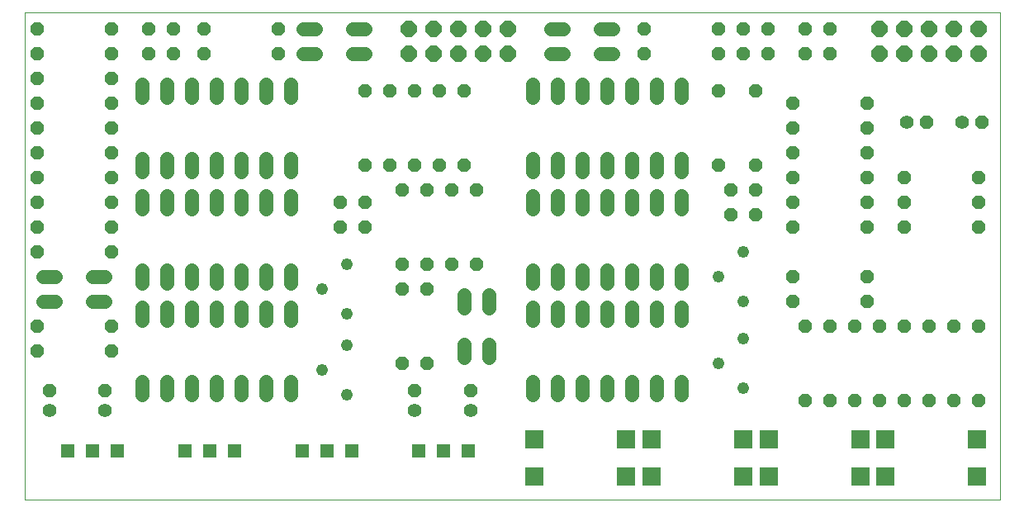
<source format=gts>
G75*
%MOIN*%
%OFA0B0*%
%FSLAX25Y25*%
%IPPOS*%
%LPD*%
%AMOC8*
5,1,8,0,0,1.08239X$1,22.5*
%
%ADD10C,0.00000*%
%ADD11OC8,0.05600*%
%ADD12C,0.05600*%
%ADD13C,0.05600*%
%ADD14OC8,0.06400*%
%ADD15C,0.04800*%
%ADD16R,0.05550X0.05550*%
%ADD17R,0.07487X0.07487*%
D10*
X0001300Y0001250D02*
X0001300Y0198100D01*
X0395001Y0198100D01*
X0395001Y0001250D01*
X0001300Y0001250D01*
D11*
X0011300Y0045250D03*
X0033800Y0045250D03*
X0036300Y0061250D03*
X0036300Y0071250D03*
X0006300Y0071250D03*
X0006300Y0061250D03*
X0006300Y0101250D03*
X0006300Y0111250D03*
X0006300Y0121250D03*
X0006300Y0131250D03*
X0006300Y0141250D03*
X0006300Y0151250D03*
X0006300Y0161250D03*
X0006300Y0171250D03*
X0006300Y0181250D03*
X0006300Y0191250D03*
X0036300Y0191250D03*
X0051300Y0191250D03*
X0061300Y0191250D03*
X0073800Y0191250D03*
X0073800Y0181250D03*
X0061300Y0181250D03*
X0051300Y0181250D03*
X0036300Y0181250D03*
X0036300Y0171250D03*
X0036300Y0161250D03*
X0036300Y0151250D03*
X0036300Y0141250D03*
X0036300Y0131250D03*
X0036300Y0121250D03*
X0036300Y0111250D03*
X0036300Y0101250D03*
X0128800Y0111250D03*
X0138800Y0111250D03*
X0138800Y0121250D03*
X0128800Y0121250D03*
X0153800Y0126250D03*
X0163800Y0126250D03*
X0173800Y0126250D03*
X0183800Y0126250D03*
X0178800Y0136250D03*
X0168800Y0136250D03*
X0158800Y0136250D03*
X0148800Y0136250D03*
X0138800Y0136250D03*
X0138800Y0166250D03*
X0148800Y0166250D03*
X0158800Y0166250D03*
X0168800Y0166250D03*
X0178800Y0166250D03*
X0251300Y0181250D03*
X0251300Y0191250D03*
X0281300Y0191250D03*
X0291300Y0191250D03*
X0301300Y0191250D03*
X0316300Y0191250D03*
X0326300Y0191250D03*
X0326300Y0181250D03*
X0316300Y0181250D03*
X0301300Y0181250D03*
X0291300Y0181250D03*
X0281300Y0181250D03*
X0281300Y0166250D03*
X0296300Y0166250D03*
X0311300Y0161250D03*
X0311300Y0151250D03*
X0311300Y0141250D03*
X0296300Y0136250D03*
X0296300Y0126250D03*
X0286300Y0126250D03*
X0281300Y0136250D03*
X0311300Y0131250D03*
X0311300Y0121250D03*
X0296300Y0116250D03*
X0286300Y0116250D03*
X0311300Y0111250D03*
X0341300Y0111250D03*
X0356300Y0111250D03*
X0356300Y0121250D03*
X0341300Y0121250D03*
X0341300Y0131250D03*
X0356300Y0131250D03*
X0341300Y0141250D03*
X0341300Y0151250D03*
X0341300Y0161250D03*
X0365300Y0153750D03*
X0387800Y0153750D03*
X0386300Y0131250D03*
X0386300Y0121250D03*
X0386300Y0111250D03*
X0341300Y0091250D03*
X0341300Y0081250D03*
X0336300Y0071250D03*
X0346300Y0071250D03*
X0356300Y0071250D03*
X0366300Y0071250D03*
X0376300Y0071250D03*
X0386300Y0071250D03*
X0386300Y0041250D03*
X0376300Y0041250D03*
X0366300Y0041250D03*
X0356300Y0041250D03*
X0346300Y0041250D03*
X0336300Y0041250D03*
X0326300Y0041250D03*
X0316300Y0041250D03*
X0316300Y0071250D03*
X0326300Y0071250D03*
X0311300Y0081250D03*
X0311300Y0091250D03*
X0183800Y0096250D03*
X0173800Y0096250D03*
X0163800Y0096250D03*
X0153800Y0096250D03*
X0153800Y0086250D03*
X0163800Y0086250D03*
X0163800Y0056250D03*
X0153800Y0056250D03*
X0158800Y0045250D03*
X0181300Y0045250D03*
X0103800Y0181250D03*
X0103800Y0191250D03*
D12*
X0357300Y0153750D03*
X0379800Y0153750D03*
X0181300Y0037250D03*
X0158800Y0037250D03*
X0033800Y0037250D03*
X0011300Y0037250D03*
D13*
X0048800Y0043650D02*
X0048800Y0048850D01*
X0058800Y0048850D02*
X0058800Y0043650D01*
X0068800Y0043650D02*
X0068800Y0048850D01*
X0078800Y0048850D02*
X0078800Y0043650D01*
X0088800Y0043650D02*
X0088800Y0048850D01*
X0098800Y0048850D02*
X0098800Y0043650D01*
X0108800Y0043650D02*
X0108800Y0048850D01*
X0108800Y0073650D02*
X0108800Y0078850D01*
X0098800Y0078850D02*
X0098800Y0073650D01*
X0088800Y0073650D02*
X0088800Y0078850D01*
X0078800Y0078850D02*
X0078800Y0073650D01*
X0068800Y0073650D02*
X0068800Y0078850D01*
X0058800Y0078850D02*
X0058800Y0073650D01*
X0048800Y0073650D02*
X0048800Y0078850D01*
X0033900Y0081250D02*
X0028700Y0081250D01*
X0013900Y0081250D02*
X0008700Y0081250D01*
X0008700Y0091250D02*
X0013900Y0091250D01*
X0028700Y0091250D02*
X0033900Y0091250D01*
X0048800Y0088650D02*
X0048800Y0093850D01*
X0058800Y0093850D02*
X0058800Y0088650D01*
X0068800Y0088650D02*
X0068800Y0093850D01*
X0078800Y0093850D02*
X0078800Y0088650D01*
X0088800Y0088650D02*
X0088800Y0093850D01*
X0098800Y0093850D02*
X0098800Y0088650D01*
X0108800Y0088650D02*
X0108800Y0093850D01*
X0108800Y0118650D02*
X0108800Y0123850D01*
X0098800Y0123850D02*
X0098800Y0118650D01*
X0088800Y0118650D02*
X0088800Y0123850D01*
X0078800Y0123850D02*
X0078800Y0118650D01*
X0068800Y0118650D02*
X0068800Y0123850D01*
X0058800Y0123850D02*
X0058800Y0118650D01*
X0048800Y0118650D02*
X0048800Y0123850D01*
X0048800Y0133650D02*
X0048800Y0138850D01*
X0058800Y0138850D02*
X0058800Y0133650D01*
X0068800Y0133650D02*
X0068800Y0138850D01*
X0078800Y0138850D02*
X0078800Y0133650D01*
X0088800Y0133650D02*
X0088800Y0138850D01*
X0098800Y0138850D02*
X0098800Y0133650D01*
X0108800Y0133650D02*
X0108800Y0138850D01*
X0108800Y0163650D02*
X0108800Y0168850D01*
X0098800Y0168850D02*
X0098800Y0163650D01*
X0088800Y0163650D02*
X0088800Y0168850D01*
X0078800Y0168850D02*
X0078800Y0163650D01*
X0068800Y0163650D02*
X0068800Y0168850D01*
X0058800Y0168850D02*
X0058800Y0163650D01*
X0048800Y0163650D02*
X0048800Y0168850D01*
X0113700Y0181250D02*
X0118900Y0181250D01*
X0133700Y0181250D02*
X0138900Y0181250D01*
X0138900Y0191250D02*
X0133700Y0191250D01*
X0118900Y0191250D02*
X0113700Y0191250D01*
X0206300Y0168850D02*
X0206300Y0163650D01*
X0216300Y0163650D02*
X0216300Y0168850D01*
X0226300Y0168850D02*
X0226300Y0163650D01*
X0236300Y0163650D02*
X0236300Y0168850D01*
X0246300Y0168850D02*
X0246300Y0163650D01*
X0256300Y0163650D02*
X0256300Y0168850D01*
X0266300Y0168850D02*
X0266300Y0163650D01*
X0238900Y0181250D02*
X0233700Y0181250D01*
X0218900Y0181250D02*
X0213700Y0181250D01*
X0213700Y0191250D02*
X0218900Y0191250D01*
X0233700Y0191250D02*
X0238900Y0191250D01*
X0236300Y0138850D02*
X0236300Y0133650D01*
X0226300Y0133650D02*
X0226300Y0138850D01*
X0216300Y0138850D02*
X0216300Y0133650D01*
X0206300Y0133650D02*
X0206300Y0138850D01*
X0206300Y0123850D02*
X0206300Y0118650D01*
X0216300Y0118650D02*
X0216300Y0123850D01*
X0226300Y0123850D02*
X0226300Y0118650D01*
X0236300Y0118650D02*
X0236300Y0123850D01*
X0246300Y0123850D02*
X0246300Y0118650D01*
X0256300Y0118650D02*
X0256300Y0123850D01*
X0266300Y0123850D02*
X0266300Y0118650D01*
X0266300Y0133650D02*
X0266300Y0138850D01*
X0256300Y0138850D02*
X0256300Y0133650D01*
X0246300Y0133650D02*
X0246300Y0138850D01*
X0246300Y0093850D02*
X0246300Y0088650D01*
X0256300Y0088650D02*
X0256300Y0093850D01*
X0266300Y0093850D02*
X0266300Y0088650D01*
X0266300Y0078850D02*
X0266300Y0073650D01*
X0256300Y0073650D02*
X0256300Y0078850D01*
X0246300Y0078850D02*
X0246300Y0073650D01*
X0236300Y0073650D02*
X0236300Y0078850D01*
X0226300Y0078850D02*
X0226300Y0073650D01*
X0216300Y0073650D02*
X0216300Y0078850D01*
X0206300Y0078850D02*
X0206300Y0073650D01*
X0188800Y0078650D02*
X0188800Y0083850D01*
X0178800Y0083850D02*
X0178800Y0078650D01*
X0206300Y0088650D02*
X0206300Y0093850D01*
X0216300Y0093850D02*
X0216300Y0088650D01*
X0226300Y0088650D02*
X0226300Y0093850D01*
X0236300Y0093850D02*
X0236300Y0088650D01*
X0188800Y0063850D02*
X0188800Y0058650D01*
X0178800Y0058650D02*
X0178800Y0063850D01*
X0206300Y0048850D02*
X0206300Y0043650D01*
X0216300Y0043650D02*
X0216300Y0048850D01*
X0226300Y0048850D02*
X0226300Y0043650D01*
X0236300Y0043650D02*
X0236300Y0048850D01*
X0246300Y0048850D02*
X0246300Y0043650D01*
X0256300Y0043650D02*
X0256300Y0048850D01*
X0266300Y0048850D02*
X0266300Y0043650D01*
D14*
X0196300Y0181250D03*
X0186300Y0181250D03*
X0176300Y0181250D03*
X0166300Y0181250D03*
X0156300Y0181250D03*
X0156300Y0191250D03*
X0166300Y0191250D03*
X0176300Y0191250D03*
X0186300Y0191250D03*
X0196300Y0191250D03*
X0346300Y0191250D03*
X0356300Y0191250D03*
X0366300Y0191250D03*
X0376300Y0191250D03*
X0386300Y0191250D03*
X0386300Y0181250D03*
X0376300Y0181250D03*
X0366300Y0181250D03*
X0356300Y0181250D03*
X0346300Y0181250D03*
D15*
X0291300Y0101250D03*
X0281300Y0091250D03*
X0291300Y0081250D03*
X0291300Y0066250D03*
X0281300Y0056250D03*
X0291300Y0046250D03*
X0131300Y0043750D03*
X0121300Y0053750D03*
X0131300Y0063750D03*
X0131300Y0076250D03*
X0121300Y0086250D03*
X0131300Y0096250D03*
D16*
X0133347Y0020935D03*
X0123347Y0020935D03*
X0113347Y0020935D03*
X0086103Y0020935D03*
X0076103Y0020935D03*
X0066103Y0020935D03*
X0038859Y0020935D03*
X0028859Y0020935D03*
X0018859Y0020935D03*
X0160591Y0020935D03*
X0170591Y0020935D03*
X0180591Y0020935D03*
D17*
X0207206Y0025659D03*
X0207206Y0010699D03*
X0244213Y0010699D03*
X0254450Y0010699D03*
X0254450Y0025659D03*
X0244213Y0025659D03*
X0291457Y0025659D03*
X0301694Y0025659D03*
X0301694Y0010699D03*
X0291457Y0010699D03*
X0338702Y0010699D03*
X0348938Y0010699D03*
X0348938Y0025659D03*
X0338702Y0025659D03*
X0385946Y0025659D03*
X0385946Y0010699D03*
M02*

</source>
